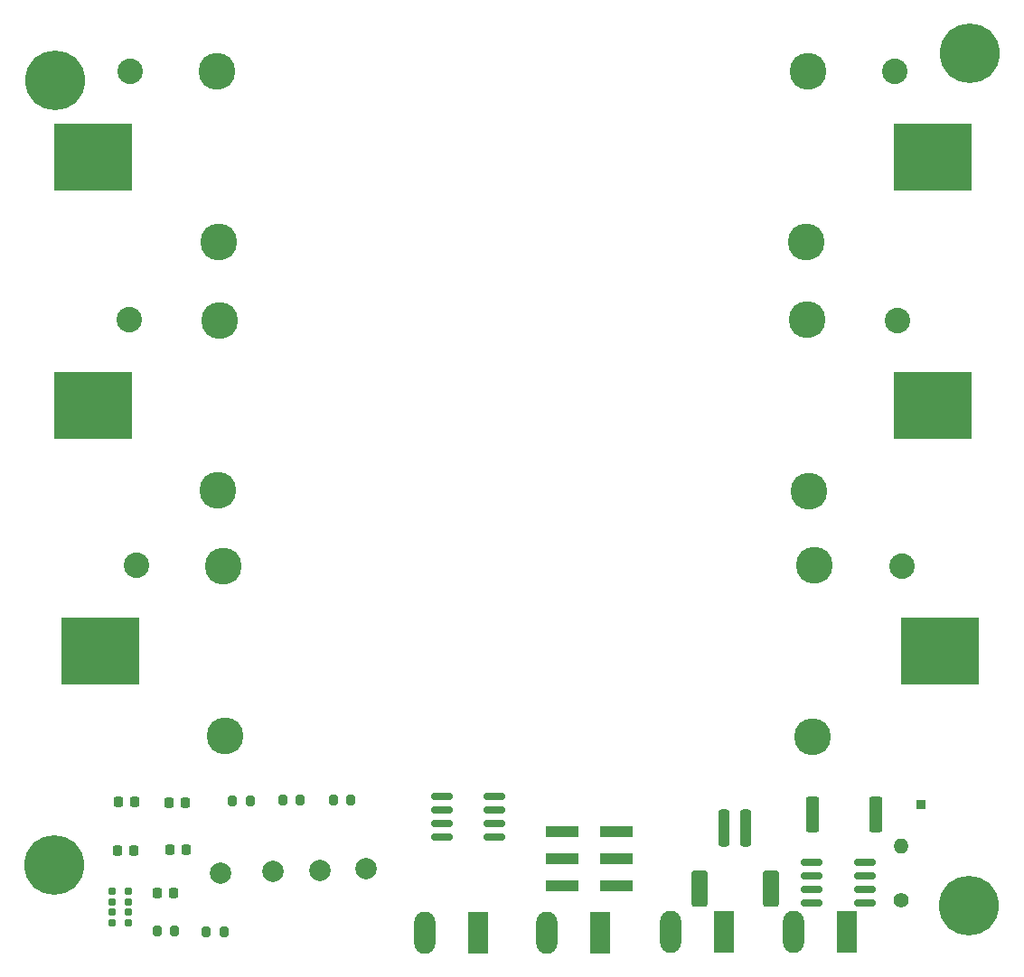
<source format=gbr>
%TF.GenerationSoftware,KiCad,Pcbnew,8.0.2-1*%
%TF.CreationDate,2024-08-29T11:45:14-05:00*%
%TF.ProjectId,BattBoard,42617474-426f-4617-9264-2e6b69636164,rev?*%
%TF.SameCoordinates,Original*%
%TF.FileFunction,Soldermask,Top*%
%TF.FilePolarity,Negative*%
%FSLAX46Y46*%
G04 Gerber Fmt 4.6, Leading zero omitted, Abs format (unit mm)*
G04 Created by KiCad (PCBNEW 8.0.2-1) date 2024-08-29 11:45:14*
%MOMM*%
%LPD*%
G01*
G04 APERTURE LIST*
G04 Aperture macros list*
%AMRoundRect*
0 Rectangle with rounded corners*
0 $1 Rounding radius*
0 $2 $3 $4 $5 $6 $7 $8 $9 X,Y pos of 4 corners*
0 Add a 4 corners polygon primitive as box body*
4,1,4,$2,$3,$4,$5,$6,$7,$8,$9,$2,$3,0*
0 Add four circle primitives for the rounded corners*
1,1,$1+$1,$2,$3*
1,1,$1+$1,$4,$5*
1,1,$1+$1,$6,$7*
1,1,$1+$1,$8,$9*
0 Add four rect primitives between the rounded corners*
20,1,$1+$1,$2,$3,$4,$5,0*
20,1,$1+$1,$4,$5,$6,$7,0*
20,1,$1+$1,$6,$7,$8,$9,0*
20,1,$1+$1,$8,$9,$2,$3,0*%
G04 Aperture macros list end*
%ADD10C,2.000000*%
%ADD11RoundRect,0.225000X-0.225000X-0.250000X0.225000X-0.250000X0.225000X0.250000X-0.225000X0.250000X0*%
%ADD12RoundRect,0.225000X0.225000X0.250000X-0.225000X0.250000X-0.225000X-0.250000X0.225000X-0.250000X0*%
%ADD13C,5.600000*%
%ADD14RoundRect,0.200000X-0.200000X-0.275000X0.200000X-0.275000X0.200000X0.275000X-0.200000X0.275000X0*%
%ADD15R,3.150000X1.000000*%
%ADD16R,0.850000X0.850000*%
%ADD17RoundRect,0.175000X-0.175000X0.185000X-0.175000X-0.185000X0.175000X-0.185000X0.175000X0.185000X0*%
%ADD18C,2.390000*%
%ADD19C,3.450000*%
%ADD20R,7.340000X6.350000*%
%ADD21RoundRect,0.200000X0.200000X0.275000X-0.200000X0.275000X-0.200000X-0.275000X0.200000X-0.275000X0*%
%ADD22RoundRect,0.150000X-0.825000X-0.150000X0.825000X-0.150000X0.825000X0.150000X-0.825000X0.150000X0*%
%ADD23RoundRect,0.250000X-0.362500X-1.425000X0.362500X-1.425000X0.362500X1.425000X-0.362500X1.425000X0*%
%ADD24C,1.400000*%
%ADD25O,1.400000X1.400000*%
%ADD26RoundRect,0.250000X-0.250000X-1.500000X0.250000X-1.500000X0.250000X1.500000X-0.250000X1.500000X0*%
%ADD27RoundRect,0.250001X-0.499999X-1.449999X0.499999X-1.449999X0.499999X1.449999X-0.499999X1.449999X0*%
%ADD28R,1.980000X3.960000*%
%ADD29O,1.980000X3.960000*%
G04 APERTURE END LIST*
D10*
%TO.C,TP3*%
X122700000Y-127425000D03*
%TD*%
D11*
%TO.C,C5*%
X107425000Y-129515000D03*
X108975000Y-129515000D03*
%TD*%
D12*
%TO.C,C1*%
X105324600Y-121025000D03*
X103774600Y-121025000D03*
%TD*%
D13*
%TO.C,H1*%
X97825000Y-53325000D03*
%TD*%
D14*
%TO.C,R7*%
X107400000Y-133075000D03*
X109050000Y-133075000D03*
%TD*%
D15*
%TO.C,R5460N233AF1*%
X145349600Y-123760000D03*
X150399600Y-123760000D03*
X145349600Y-126300000D03*
X150399600Y-126300000D03*
X145349600Y-128840000D03*
X150399600Y-128840000D03*
%TD*%
D16*
%TO.C,J1*%
X178999600Y-121250000D03*
%TD*%
D17*
%TO.C,TEMP1*%
X103175000Y-129385000D03*
X103175000Y-130355000D03*
X103175000Y-131325000D03*
X103175000Y-132295000D03*
X104725000Y-132295000D03*
X104725000Y-131325000D03*
X104725000Y-130355000D03*
X104725000Y-129385000D03*
%TD*%
D18*
%TO.C,KEYSTONE-3*%
X105449600Y-98825000D03*
D19*
X113779600Y-114825000D03*
X168979600Y-98825000D03*
D20*
X102049600Y-106825000D03*
X180709600Y-106825000D03*
%TD*%
D21*
%TO.C,R2*%
X116124600Y-120900000D03*
X114474600Y-120900000D03*
%TD*%
D12*
%TO.C,C4*%
X110149600Y-125475000D03*
X108599600Y-125475000D03*
%TD*%
D14*
%TO.C,R6*%
X112000000Y-133150000D03*
X113650000Y-133150000D03*
%TD*%
D10*
%TO.C,TP1*%
X113350000Y-127675000D03*
%TD*%
D21*
%TO.C,R3*%
X120799600Y-120850000D03*
X119149600Y-120850000D03*
%TD*%
D12*
%TO.C,C3*%
X105249600Y-125525000D03*
X103699600Y-125525000D03*
%TD*%
D18*
%TO.C,KEYSTONE-2*%
X104799600Y-75800000D03*
D19*
X113129600Y-91800000D03*
X168329600Y-75800000D03*
D20*
X101399600Y-83800000D03*
X180059600Y-83800000D03*
%TD*%
D12*
%TO.C,C2*%
X110074600Y-121075000D03*
X108524600Y-121075000D03*
%TD*%
D21*
%TO.C,R4*%
X125549600Y-120825000D03*
X123899600Y-120825000D03*
%TD*%
D13*
%TO.C,H4*%
X183475000Y-130700000D03*
%TD*%
%TO.C,H3*%
X97775000Y-126950000D03*
%TD*%
D22*
%TO.C,Q2*%
X168724600Y-126670000D03*
X168724600Y-127940000D03*
X168724600Y-129210000D03*
X168724600Y-130480000D03*
X173674600Y-130480000D03*
X173674600Y-129210000D03*
X173674600Y-127940000D03*
X173674600Y-126670000D03*
%TD*%
D18*
%TO.C,KEYSTONE-1*%
X104844600Y-52500000D03*
D19*
X113174600Y-68500000D03*
X168374600Y-52500000D03*
D20*
X101444600Y-60500000D03*
X180104600Y-60500000D03*
%TD*%
D23*
%TO.C,R1*%
X168787100Y-122175000D03*
X174712100Y-122175000D03*
%TD*%
D24*
%TO.C,TH1*%
X177099600Y-130190000D03*
D25*
X177099600Y-125110000D03*
%TD*%
D26*
%TO.C,J2*%
X160549600Y-123400000D03*
X162549600Y-123400000D03*
D27*
X158199600Y-129150000D03*
X164899600Y-129150000D03*
%TD*%
D10*
%TO.C,TP4*%
X126950000Y-127250000D03*
%TD*%
D13*
%TO.C,H2*%
X183550000Y-50800000D03*
%TD*%
D22*
%TO.C,Q1*%
X134074600Y-120495000D03*
X134074600Y-121765000D03*
X134074600Y-123035000D03*
X134074600Y-124305000D03*
X139024600Y-124305000D03*
X139024600Y-123035000D03*
X139024600Y-121765000D03*
X139024600Y-120495000D03*
%TD*%
D28*
%TO.C,J6*%
X137450000Y-133225000D03*
D29*
X132450000Y-133225000D03*
%TD*%
D28*
%TO.C,J3*%
X172025000Y-133150000D03*
D29*
X167025000Y-133150000D03*
%TD*%
D18*
%TO.C,KEYSTONE-5*%
X176759600Y-75900000D03*
D19*
X168429600Y-91900000D03*
X113229600Y-75900000D03*
%TD*%
D18*
%TO.C,KEYSTONE-6*%
X177159600Y-98850000D03*
D19*
X168829600Y-114850000D03*
X113629600Y-98850000D03*
%TD*%
D18*
%TO.C,KEYSTONE-4*%
X176509600Y-52525000D03*
D19*
X168179600Y-68525000D03*
X112979600Y-52525000D03*
%TD*%
D28*
%TO.C,J4*%
X160500000Y-133150000D03*
D29*
X155500000Y-133150000D03*
%TD*%
D28*
%TO.C,J5*%
X148925000Y-133250000D03*
D29*
X143925000Y-133250000D03*
%TD*%
D10*
%TO.C,TP2*%
X118225000Y-127500000D03*
%TD*%
M02*

</source>
